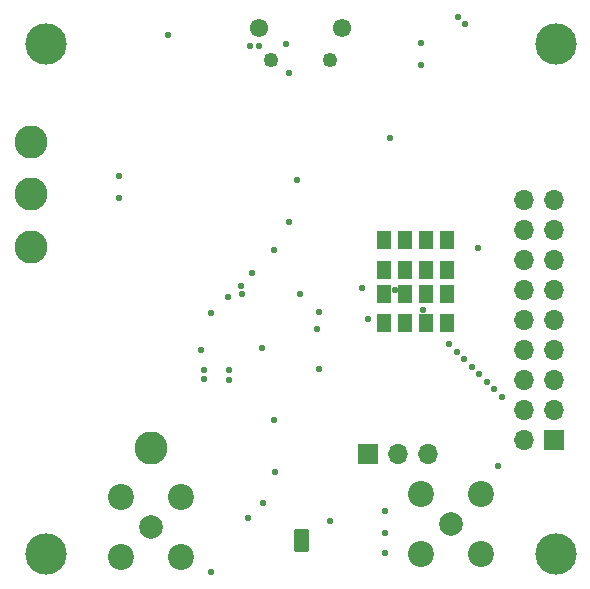
<source format=gbs>
%TF.GenerationSoftware,KiCad,Pcbnew,4.0.6-e0-6349~53~ubuntu16.04.1*%
%TF.CreationDate,2017-04-07T11:05:52-07:00*%
%TF.ProjectId,waveform-generator,77617665666F726D2D67656E65726174,rev?*%
%TF.FileFunction,Soldermask,Bot*%
%FSLAX46Y46*%
G04 Gerber Fmt 4.6, Leading zero omitted, Abs format (unit mm)*
G04 Created by KiCad (PCBNEW 4.0.6-e0-6349~53~ubuntu16.04.1) date Fri Apr  7 11:05:52 2017*
%MOMM*%
%LPD*%
G01*
G04 APERTURE LIST*
%ADD10C,0.100000*%
%ADD11C,1.250000*%
%ADD12C,1.550000*%
%ADD13C,3.500000*%
%ADD14R,1.250000X1.500000*%
%ADD15C,2.200000*%
%ADD16C,2.000000*%
%ADD17R,1.700000X1.700000*%
%ADD18O,1.700000X1.700000*%
%ADD19C,2.800000*%
%ADD20C,0.558800*%
%ADD21C,0.254000*%
G04 APERTURE END LIST*
D10*
D11*
X50760000Y-22940000D03*
X45760000Y-22940000D03*
D12*
X51760000Y-20240000D03*
X44760000Y-20240000D03*
D13*
X69850000Y-64770000D03*
X26670000Y-64770000D03*
X69850000Y-21590000D03*
D14*
X55339561Y-42702298D03*
X55339561Y-45202298D03*
X55339561Y-40693797D03*
X55339561Y-38193797D03*
X57117562Y-40693797D03*
X57117562Y-38193797D03*
X57117562Y-42702298D03*
X57117562Y-45202298D03*
X58895562Y-40693797D03*
X58895562Y-38193797D03*
X58895562Y-42702298D03*
X58895562Y-45202298D03*
X60673562Y-40693797D03*
X60673562Y-38193797D03*
X60673562Y-42702298D03*
X60673562Y-45202298D03*
D15*
X58420000Y-64770000D03*
X58420000Y-59690000D03*
X63500000Y-59690000D03*
X63500000Y-64770000D03*
D16*
X60960000Y-62230000D03*
D15*
X33020000Y-65024000D03*
X33020000Y-59944000D03*
X38100000Y-59944000D03*
X38100000Y-65024000D03*
D16*
X35560000Y-62484000D03*
D17*
X69723000Y-55118000D03*
D18*
X67183000Y-55118000D03*
X69723000Y-52578000D03*
X67183000Y-52578000D03*
X69723000Y-50038000D03*
X67183000Y-50038000D03*
X69723000Y-47498000D03*
X67183000Y-47498000D03*
X69723000Y-44958000D03*
X67183000Y-44958000D03*
X69723000Y-42418000D03*
X67183000Y-42418000D03*
X69723000Y-39878000D03*
X67183000Y-39878000D03*
X69723000Y-37338000D03*
X67183000Y-37338000D03*
X69723000Y-34798000D03*
X67183000Y-34798000D03*
D17*
X53975000Y-56261000D03*
D18*
X56515000Y-56261000D03*
X59055000Y-56261000D03*
D19*
X25400000Y-29845000D03*
X25400000Y-34290000D03*
X25400000Y-38735000D03*
X35560000Y-55753000D03*
D13*
X26670000Y-21590000D03*
D20*
X46990000Y-21590000D03*
X50721170Y-61987580D03*
X53441600Y-42214800D03*
X43180000Y-42037000D03*
X32893000Y-32766000D03*
X58483500Y-23304500D03*
X58483500Y-21463000D03*
X58610500Y-44069000D03*
X43307000Y-42735500D03*
X32905700Y-34569400D03*
X39814500Y-47434500D03*
X48260000Y-63055500D03*
X48260000Y-64008000D03*
X46101000Y-57785000D03*
X45974000Y-53403520D03*
X40640000Y-66230500D03*
X64960500Y-57277000D03*
X55435500Y-61087000D03*
X55435500Y-62992000D03*
X55435500Y-64643000D03*
X63317864Y-38798500D03*
X47942500Y-33083500D03*
X47244000Y-36639500D03*
X47307500Y-24003000D03*
X37020500Y-20764500D03*
X55816500Y-29564251D03*
X44132500Y-40957452D03*
X46037500Y-38989000D03*
X53975000Y-44831000D03*
X49784000Y-49085500D03*
X45021500Y-47307500D03*
X44704000Y-21717000D03*
X43942000Y-21717008D03*
X61595000Y-19304000D03*
X62166500Y-19875500D03*
X56235600Y-42418000D03*
X49784000Y-44297600D03*
X49656986Y-45656500D03*
X48196500Y-42735500D03*
X40068500Y-49911000D03*
X42164000Y-49974500D03*
X40068500Y-49149000D03*
X42227500Y-49149000D03*
X65278000Y-51435000D03*
X64643000Y-50800000D03*
X64008000Y-50165000D03*
X63373000Y-49530000D03*
X62738000Y-48895000D03*
X62103000Y-48260000D03*
X61468000Y-47625000D03*
X60833000Y-46990000D03*
X42100500Y-42989500D03*
X40703506Y-44323000D03*
X45072300Y-60439300D03*
X43827700Y-61683900D03*
D21*
G36*
X48768000Y-64389000D02*
X47752000Y-64389000D01*
X47752000Y-62738000D01*
X48768000Y-62738000D01*
X48768000Y-64389000D01*
X48768000Y-64389000D01*
G37*
X48768000Y-64389000D02*
X47752000Y-64389000D01*
X47752000Y-62738000D01*
X48768000Y-62738000D01*
X48768000Y-64389000D01*
M02*

</source>
